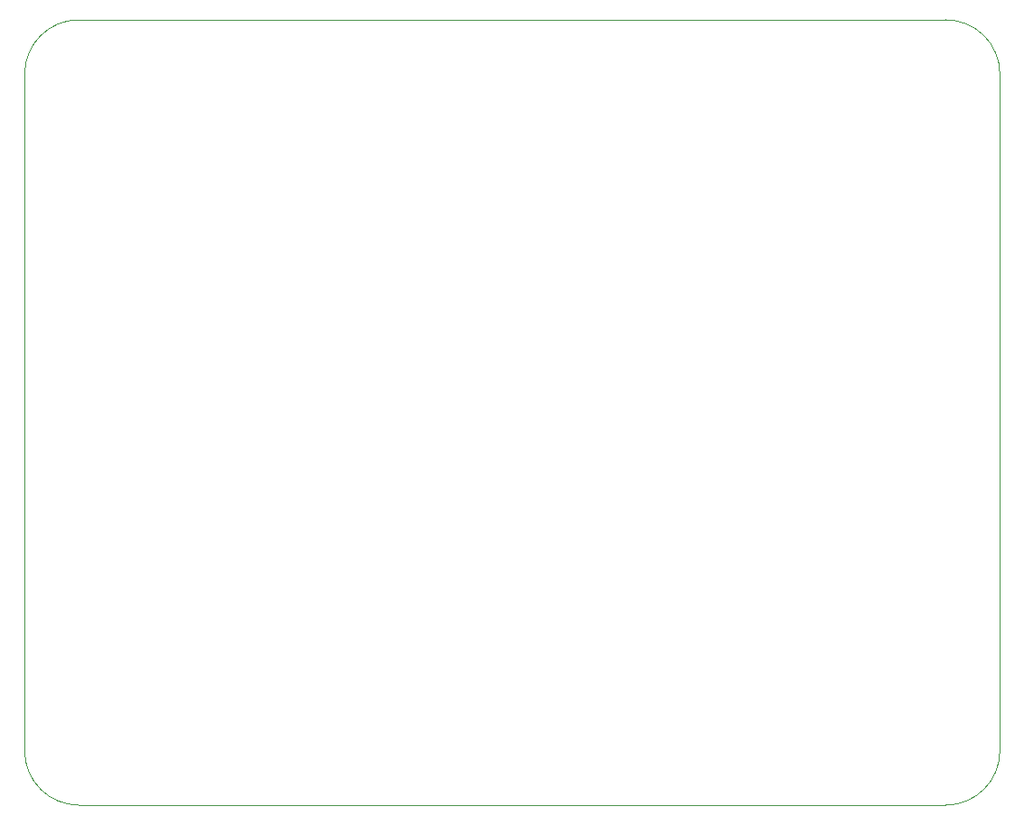
<source format=gbr>
G04 #@! TF.GenerationSoftware,KiCad,Pcbnew,(5.1.9)-1*
G04 #@! TF.CreationDate,2021-03-27T10:15:32+01:00*
G04 #@! TF.ProjectId,IoT12 Power Supply,496f5431-3220-4506-9f77-657220537570,rev?*
G04 #@! TF.SameCoordinates,Original*
G04 #@! TF.FileFunction,Profile,NP*
%FSLAX46Y46*%
G04 Gerber Fmt 4.6, Leading zero omitted, Abs format (unit mm)*
G04 Created by KiCad (PCBNEW (5.1.9)-1) date 2021-03-27 10:15:32*
%MOMM*%
%LPD*%
G01*
G04 APERTURE LIST*
G04 #@! TA.AperFunction,Profile*
%ADD10C,0.050000*%
G04 #@! TD*
G04 APERTURE END LIST*
D10*
X193040000Y-53340000D02*
G75*
G02*
X198120000Y-58420000I0J-5080000D01*
G01*
X198120000Y-121920000D02*
G75*
G02*
X193040000Y-127000000I-5080000J0D01*
G01*
X111760000Y-127000000D02*
G75*
G02*
X106680000Y-121920000I0J5080000D01*
G01*
X106680000Y-58420000D02*
G75*
G02*
X111760000Y-53340000I5080000J0D01*
G01*
X106680000Y-121920000D02*
X106680000Y-58420000D01*
X193040000Y-127000000D02*
X111760000Y-127000000D01*
X198120000Y-58420000D02*
X198120000Y-121920000D01*
X111760000Y-53340000D02*
X193040000Y-53340000D01*
M02*

</source>
